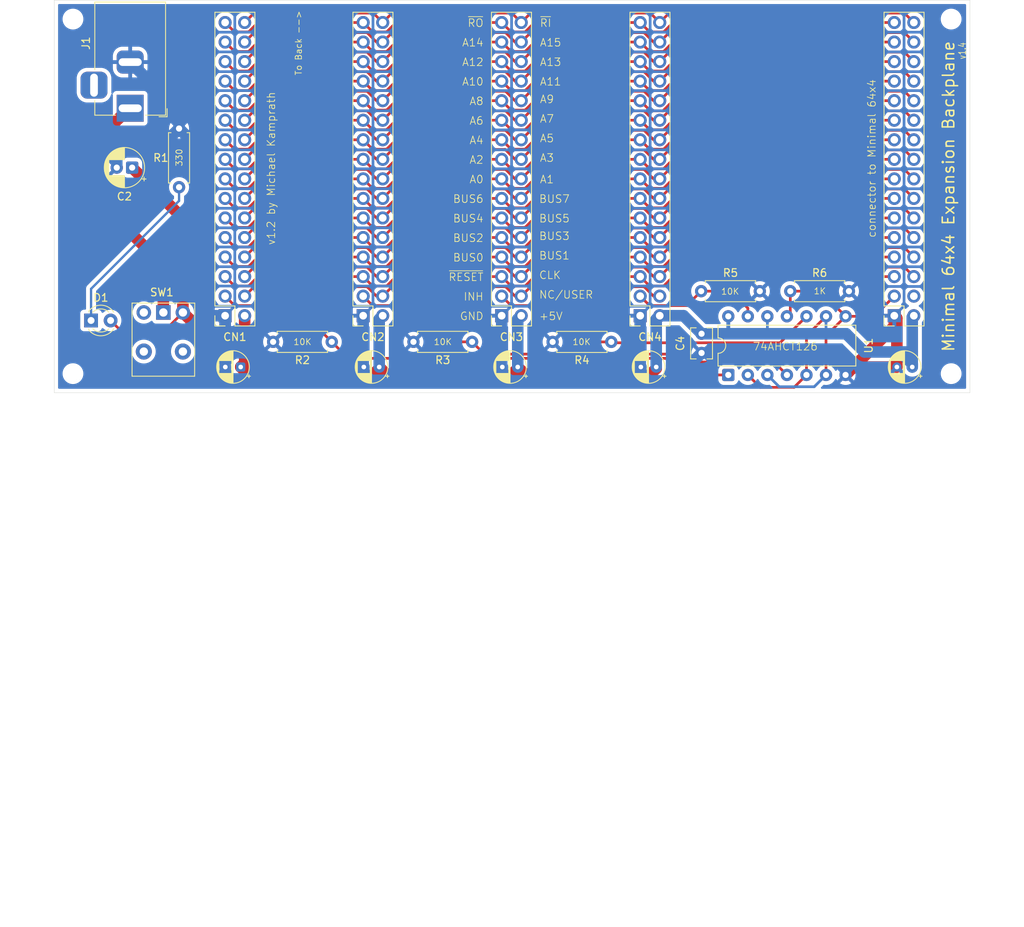
<source format=kicad_pcb>
(kicad_pcb (version 20241229) (generator "pcbnew") (generator_version "9.0")
  (layers (0 "F.Cu" signal) (2 "B.Cu" signal) (13 "F.Paste" user) (15 "B.Paste" user) (5 "F.SilkS" user "F.Silkscreen") (7 "B.SilkS" user "B.Silkscreen") (1 "F.Mask" user) (3 "B.Mask" user) (25 "Edge.Cuts" user))
  (net 0 "")
  (net 1 "GND")
  (net 2 "+5V")
  (net 3 "Net-(D1-K)")
  (net 4 "Net-(SW1-B)")
  (net 6 "BUS4")
  (net 7 "BUS6")
  (net 8 "BUS5")
  (net 9 "A13")
  (net 10 "A12")
  (net 11 "~{RO}")
  (net 12 "CLK")
  (net 13 "USER")
  (net 14 "A8")
  (net 15 "A14")
  (net 16 "BUS2")
  (net 17 "A3")
  (net 18 "Net-(CN1-INH)")
  (net 19 "A11")
  (net 20 "BUS1")
  (net 21 "BUS3")
  (net 22 "A7")
  (net 23 "A2")
  (net 24 "A0")
  (net 25 "BUS0")
  (net 26 "~{RI}")
  (net 27 "A4")
  (net 28 "BUS7")
  (net 29 "~{RESET}")
  (net 30 "A6")
  (net 31 "A5")
  (net 32 "A1")
  (net 33 "A9")
  (net 34 "A10")
  (net 35 "A15")
  (net 36 "Net-(CN2-INH)")
  (net 37 "Net-(CN3-INH)")
  (net 38 "Net-(CN4-INH)")
  (net 40 "Net-(CN5-INH)")
  (footprint "Resistor_THT:R_Axial_DIN0207_L6.3mm_D2.5mm_P7.62mm_Horizontal" (layer "F.Cu") (at 190.6524 127.8128)
    (property "Reference" "R6")
    (property "Value" "1K")
  )
  (footprint "Connector_PinSocket_2.54mm:PinSocket_2x16_P2.54mm_Vertical" (layer "F.Cu") (at 171.146645 131 180)
    (property "Reference" "CN4")
    (property "Value" "~" (hide yes))
  )
  (footprint "Capacitor_THT:C_Disc_D3.8mm_W2.6mm_P2.50mm" (layer "F.Cu") (at 179.1208 133.3446 -90)
    (property "Reference" "C4")
    (property "Value" "0.1 uF")
  )
  (footprint "LED_THT:LED_D3.0mm" (layer "F.Cu") (at 99.785645 131.6228)
    (property "Reference" "D1")
    (property "Value" "LED")
  )
  (footprint "Resistor_THT:R_Axial_DIN0207_L6.3mm_D2.5mm_P7.62mm_Horizontal" (layer "F.Cu") (at 111.220645 114.3 90)
    (property "Reference" "R1")
    (property "Value" "330")
  )
  (footprint "Resistor_THT:R_Axial_DIN0207_L6.3mm_D2.5mm_P7.62mm_Horizontal" (layer "F.Cu") (at 131.064 134.4 180)
    (property "Reference" "R2")
    (property "Value" "10K")
  )
  (footprint "Capacitor_THT:CP_Radial_D5.0mm_P2.00mm" (layer "F.Cu") (at 105.124645 111.76 180)
    (property "Reference" "C2")
    (property "Value" "10 µF")
  )
  (footprint "Package_DIP:DIP-14_W7.62mm" (layer "F.Cu") (at 182.5956 138.6994 90)
    (property "Reference" "U1")
    (property "Value" "74AHCT126")
  )
  (footprint "minimal-64x4:E-Switch_200MSP1T2B2M6RE" (layer "F.Cu") (at 109.181184 135.662 90)
    (property "Reference" "SW1")
    (property "Value" "SW_SPDT")
  )
  (footprint "Resistor_THT:R_Axial_DIN0207_L6.3mm_D2.5mm_P7.62mm_Horizontal" (layer "F.Cu") (at 149.3012 134.4 180)
    (property "Reference" "R3")
    (property "Value" "10K")
  )
  (footprint "MountingHole:MountingHole_2.2mm_M2" (layer "F.Cu") (at 97.4344 138.5316)
    (property "Reference" "REF**" (hide yes))
    (property "Value" "MountingHole_2.2mm_M2")
  )
  (footprint "Capacitor_THT:CP_Radial_D4.0mm_P2.00mm" (layer "F.Cu") (at 155.230645 137.668 180)
    (property "Reference" "C5" (hide yes))
    (property "Value" "1 µF")
  )
  (footprint "Connector_BarrelJack:BarrelJack_Horizontal" (layer "F.Cu") (at 104.870645 104.044 -90)
    (property "Reference" "J1")
    (property "Value" "Barrel_Jack")
  )
  (footprint "Connector_PinSocket_2.54mm:PinSocket_2x16_P2.54mm_Vertical" (layer "F.Cu") (at 153.146645 131 180)
    (property "Reference" "CN3")
    (property "Value" "~" (hide yes))
  )
  (footprint "Connector_PinSocket_2.54mm:PinSocket_2x16_P2.54mm_Vertical" (layer "F.Cu") (at 204.166645 131 180)
    (property "Reference" "CN5" (hide yes))
    (property "Value" "~" (hide yes))
  )
  (footprint "Capacitor_THT:CP_Radial_D4.0mm_P2.00mm" (layer "F.Cu") (at 173.230645 137.668 180)
    (property "Reference" "C6" (hide yes))
    (property "Value" "1 µF")
  )
  (footprint "MountingHole:MountingHole_2.2mm_M2" (layer "F.Cu") (at 211.5566 92.456)
    (property "Reference" "REF**" (hide yes))
    (property "Value" "MountingHole_2.2mm_M2")
  )
  (footprint "MountingHole:MountingHole_2.2mm_M2" (layer "F.Cu") (at 97.4344 92.456)
    (property "Reference" "REF**" (hide yes))
    (property "Value" "MountingHole_2.2mm_M2")
  )
  (footprint "Capacitor_THT:CP_Radial_D4.0mm_P2.00mm" (layer "F.Cu") (at 119.230645 137.668 180)
    (property "Reference" "C1" (hide yes))
    (property "Value" "1 µF")
  )
  (footprint "Connector_PinSocket_2.54mm:PinSocket_2x16_P2.54mm_Vertical" (layer "F.Cu") (at 135.146645 131 180)
    (property "Reference" "CN2")
    (property "Value" "~" (hide yes))
  )
  (footprint "MountingHole:MountingHole_2.2mm_M2" (layer "F.Cu") (at 211.5566 138.5316)
    (property "Reference" "REF**" (hide yes))
    (property "Value" "MountingHole_2.2mm_M2")
  )
  (footprint "Connector_PinSocket_2.54mm:PinSocket_2x16_P2.54mm_Vertical" (layer "F.Cu") (at 117.206645 131 180)
    (property "Reference" "CN1")
    (property "Value" "~" (hide yes))
  )
  (footprint "Resistor_THT:R_Axial_DIN0207_L6.3mm_D2.5mm_P7.62mm_Horizontal" (layer "F.Cu") (at 179.07 127.8128)
    (property "Reference" "R5")
    (property "Value" "10K")
  )
  (footprint "Capacitor_THT:CP_Radial_D4.0mm_P2.00mm" (layer "F.Cu") (at 206.502 137.668 180)
    (property "Reference" "C7" (hide yes))
    (property "Value" "1 µF")
  )
  (footprint "Resistor_THT:R_Axial_DIN0207_L6.3mm_D2.5mm_P7.62mm_Horizontal" (layer "F.Cu") (at 167.386 134.4064 180)
    (property "Reference" "R4")
    (property "Value" "10K")
  )
  (footprint "Capacitor_THT:CP_Radial_D4.0mm_P2.00mm" (layer "F.Cu") (at 137.230645 137.668 180)
    (property "Reference" "C3" (hide yes))
    (property "Value" "1 µF")
  )
  (gr_line (start 95 141) (end 214 141) (stroke (width 0.05)) (layer "Edge.Cuts"))
  (gr_line (start 95 90) (end 214 90) (stroke (width 0.05)) (layer "Edge.Cuts"))
  (gr_line (start 95 90) (end 95 141) (stroke (width 0.05)) (layer "Edge.Cuts"))
  (gr_line (start 214 141) (end 214 90) (stroke (width 0.05)) (layer "Edge.Cuts"))
  (gr_text "10K" (at 181.61 128.3208 0) (layer "F.SilkS") (effects (font (size 0.8 0.8) (thickness 0.1)) (justify left bottom)))
  (gr_text "10K" (at 144.272 134.874 0) (layer "F.SilkS") (effects (font (size 0.8 0.8) (thickness 0.1)) (justify left bottom)))
  (gr_text "A0" (at 150.844645 113.284 0) (layer "F.SilkS") (effects (font (size 1 1) (thickness 0.1)) (justify right)))
  (gr_text "A1" (at 158.054645 113.284 0) (layer "F.SilkS") (effects (font (size 1 1) (thickness 0.1)) (justify left)))
  (gr_text "BUS1" (at 157.956645 123.19 0) (layer "F.SilkS") (effects (font (size 1 1) (thickness 0.1)) (justify left)))
  (gr_text "330" (at 111.7092 111.6584 90) (layer "F.SilkS") (effects (font (size 0.8 0.8) (thickness 0.1)) (justify left bottom)))
  (gr_text "To Back -->" (at 127.222645 99.822 90) (layer "F.SilkS") (effects (font (size 0.8 0.8) (thickness 0.1)) (justify left bottom)))
  (gr_text "A9" (at 158.054645 102.87 0) (layer "F.SilkS") (effects (font (size 1 1) (thickness 0.1)) (justify left)))
  (gr_text "A12" (at 150.844645 98.044 0) (layer "F.SilkS") (effects (font (size 1 1) (thickness 0.1)) (justify right)))
  (gr_text "BUS3" (at 157.956645 120.65 0) (layer "F.SilkS") (effects (font (size 1 1) (thickness 0.1)) (justify left)))
  (gr_text "10K" (at 126.0348 134.874 0) (layer "F.SilkS") (effects (font (size 0.8 0.8) (thickness 0.1)) (justify left bottom)))
  (gr_text "v1.4" (at 213.5378 97.7392 90) (layer "F.SilkS") (effects (font (size 0.9 0.7) (thickness 0.1)) (justify left bottom)))
  (gr_text "A7" (at 158.054645 105.41 0) (layer "F.SilkS") (effects (font (size 1 1) (thickness 0.1)) (justify left)))
  (gr_text "BUS2" (at 150.844645 120.904 0) (layer "F.SilkS") (effects (font (size 1 1) (thickness 0.1)) (justify right)))
  (gr_text "~{RI}" (at 158.054645 92.964 0) (layer "F.SilkS") (effects (font (size 1 1) (thickness 0.1)) (justify left)))
  (gr_text "A14" (at 150.844645 95.504 0) (layer "F.SilkS") (effects (font (size 1 1) (thickness 0.1)) (justify right)))
  (gr_text "Minimal 64x4 Expansion Backplane" (at 212.09 115.5 90) (layer "F.SilkS") (effects (font (size 1.5 1.5) (thickness 0.2)) (justify bottom)))
  (gr_text "A2" (at 150.844645 110.744 0) (layer "F.SilkS") (effects (font (size 1 1) (thickness 0.1)) (justify right)))
  (gr_text "~{RESET}" (at 150.844645 125.984 0) (layer "F.SilkS") (effects (font (size 1 1) (thickness 0.1)) (justify right)))
  (gr_text "connector to Minimal 64x4" (at 201.8284 110.5662 90) (layer "F.SilkS") (effects (font (size 1 1) (thickness 0.1)) (justify bottom)))
  (gr_text "BUS6" (at 150.844645 115.824 0) (layer "F.SilkS") (effects (font (size 1 1) (thickness 0.1)) (justify right)))
  (gr_text "74AHCT126" (at 185.7248 135.5852 0) (layer "F.SilkS") (effects (font (size 1 1) (thickness 0.1)) (justify left bottom)))
  (gr_text "INH" (at 150.844645 128.524 0) (layer "F.SilkS") (effects (font (size 1 1) (thickness 0.1)) (justify right)))
  (gr_text "BUS5" (at 157.956645 118.364 0) (layer "F.SilkS") (effects (font (size 1 1) (thickness 0.1)) (justify left)))
  (gr_text "A13" (at 158.054645 98.044 0) (layer "F.SilkS") (effects (font (size 1 1) (thickness 0.1)) (justify left)))
  (gr_text "A11" (at 158.054645 100.584 0) (layer "F.SilkS") (effects (font (size 1 1) (thickness 0.1)) (justify left)))
  (gr_text "+5V" (at 157.956645 131.064 0) (layer "F.SilkS") (effects (font (size 1 1) (thickness 0.1)) (justify left)))
  (gr_text "CLK" (at 157.956645 125.73 0) (layer "F.SilkS") (effects (font (size 1 1) (thickness 0.1)) (justify left)))
  (gr_text "A5" (at 158.054645 107.95 0) (layer "F.SilkS") (effects (font (size 1 1) (thickness 0.1)) (justify left)))
  (gr_text "A15" (at 158.054645 95.504 0) (layer "F.SilkS") (effects (font (size 1 1) (thickness 0.1)) (justify left)))
  (gr_text "A4" (at 150.844645 108.204 0) (layer "F.SilkS") (effects (font (size 1 1) (thickness 0.1)) (justify right)))
  (gr_text "GND" (at 150.844645 131.064 0) (layer "F.SilkS") (effects (font (size 1 1) (thickness 0.1)) (justify right)))
  (gr_text "1K" (at 193.6496 128.27 0) (layer "F.SilkS") (effects (font (size 0.8 0.8) (thickness 0.1)) (justify left bottom)))
  (gr_text "BUS7" (at 157.956645 115.824 0) (layer "F.SilkS") (effects (font (size 1 1) (thickness 0.1)) (justify left)))
  (gr_text "BUS0" (at 150.844645 123.444 0) (layer "F.SilkS") (effects (font (size 1 1) (thickness 0.1)) (justify right)))
  (gr_text "BUS4" (at 150.844645 118.364 0) (layer "F.SilkS") (effects (font (size 1 1) (thickness 0.1)) (justify right)))
  (gr_text "v1.2 by Michael Kamprath" (at 123.7742 111.8616 90) (layer "F.SilkS") (effects (font (size 1 1) (thickness 0.1)) (justify bottom)))
  (gr_text "A10" (at 150.844645 100.584 0) (layer "F.SilkS") (effects (font (size 1 1) (thickness 0.1)) (justify right)))
  (gr_text "10K" (at 162.306 134.874 0) (layer "F.SilkS") (effects (font (size 0.8 0.8) (thickness 0.1)) (justify left bottom)))
  (gr_text "A6" (at 150.844645 105.664 0) (layer "F.SilkS") (effects (font (size 1 1) (thickness 0.1)) (justify right)))
  (gr_text "A8" (at 150.844645 103.124 0) (layer "F.SilkS") (effects (font (size 1 1) (thickness 0.1)) (justify right)))
  (gr_text "~{RO}" (at 150.844645 92.964 0) (layer "F.SilkS") (effects (font (size 1 1) (thickness 0.1)) (justify right)))
  (gr_text "NC/USER" (at 157.956645 128.27 0) (layer "F.SilkS") (effects (font (size 1 1) (thickness 0.1)) (justify left)))
  (gr_text "A3" (at 158.054645 110.49 0) (layer "F.SilkS") (effects (font (size 1 1) (thickness 0.1)) (justify left)))
  (segment (start 204.166645 132.368355) (end 197.8356 138.6994) (width 1.5) (layer "F.Cu") (net 1))
  (segment (start 204.502 137.668) (end 198.867 137.668) (width 1.5) (layer "F.Cu") (net 1))
  (segment (start 198.867 137.668) (end 197.8356 138.6994) (width 1.5) (layer "F.Cu") (net 1))
  (segment (start 204.502 137.668) (end 204.502 131.335355) (width 1.5) (layer "F.Cu") (net 1))
  (segment (start 204.502 131.335355) (end 204.166645 131) (width 1.5) (layer "F.Cu") (net 1))
  (segment (start 204.166645 131) (end 204.166645 132.368355) (width 1.5) (layer "F.Cu") (net 1))
  (segment (start 136.4234 129.723245) (end 135.146645 131) (width 0.35) (layer "B.Cu") (net 1))
  (segment (start 117.206645 131) (end 117.206645 137.644) (width 1.5) (layer "B.Cu") (net 1))
  (segment (start 115.7224 117.0432) (end 209.4484 117.0432) (width 0.35) (layer "B.Cu") (net 1))
  (segment (start 174.899 129.774) (end 175.8188 128.8542) (width 0.35) (layer "B.Cu") (net 1))
  (segment (start 117.206645 137.644) (end 117.230645 137.668) (width 1.5) (layer "B.Cu") (net 1))
  (segment (start 178.3842 125.3236) (end 200.025 125.3236) (width 0.35) (layer "B.Cu") (net 1))
  (segment (start 115.57 106.8578) (end 209.0166 106.8578) (width 0.35) (layer "B.Cu") (net 1))
  (segment (start 205.4352 129.731445) (end 204.166645 131) (width 0.35) (layer "B.Cu") (net 1))
  (segment (start 115.5446 114.5032) (end 207.560632 114.5032) (width 0.35) (layer "B.Cu") (net 1))
  (segment (start 114.856645 131) (end 117.206645 131) (width 1.5) (layer "B.Cu") (net 1))
  (segment (start 118.432645 129.774) (end 117.206645 131) (width 0.35) (layer "B.Cu") (net 1))
  (segment (start 136.4234 94.1578) (end 136.4234 129.723245) (width 0.35) (layer "B.Cu") (net 1))
  (segment (start 115.6208 127.0762) (end 115.6906 127.146) (width 0.35) (layer "B.Cu") (net 1))
  (segment (start 200.025 125.3236) (end 201.9046 127.2032) (width 0.35) (layer "B.Cu") (net 1))
  (segment (start 114.268645 109.728) (end 111.220645 106.68) (width 1.5) (layer "B.Cu") (net 1))
  (segment (start 208.2038 99.2886) (end 114.427 99.2886) (width 0.35) (layer "B.Cu") (net 1))
  (segment (start 197.8356 137.028) (end 197.8356 138.6994) (width 1.5) (layer "B.Cu") (net 1))
  (segment (start 171.146645 137.584) (end 171.230645 137.668) (width 1.5) (layer "B.Cu") (net 1))
  (segment (start 115.6906 127.146) (end 176.5618 127.146) (width 0.35) (layer "B.Cu") (net 1))
  (segment (start 205.4352 94.1578) (end 205.4352 91.5416) (width 0.35) (layer "B.Cu") (net 1))
  (segment (start 154.432 94.1578) (end 154.432 91.6432) (width 0.35) (layer "B.Cu") (net 1))
  (segment (start 118.4656 94.1578) (end 118.4656 129.7486) (width 0.35) (layer "B.Cu") (net 1))
  (segment (start 176.5618 127.146) (end 178.3842 125.3236) (width 0.35) (layer "B.Cu") (net 1))
  (segment (start 118.4656 129.7486) (end 118.491 129.774) (width 0.35) (layer "B.Cu") (net 1))
  (segment (start 153.230645 137.668) (end 153.230645 138.768) (width 1.5) (layer "B.Cu") (net 1))
  (segment (start 208.2038 109.4486) (end 115.8494 109.4486) (width 0.35) (layer "B.Cu") (net 1))
  (segment (start 153.146645 131) (end 153.146645 137.584) (width 1.5) (layer "B.Cu") (net 1))
  (segment (start 117.680645 139.218) (end 133.680645 139.218) (width 1.5) (layer "B.Cu") (net 1))
  (segment (start 169.427245 139.4714) (end 171.230645 137.668) (width 1.5) (layer "B.Cu") (net 1))
  (segment (start 179.1208 135.8446) (end 196.6522 135.8446) (width 1.5) (layer "B.Cu") (net 1))
  (segment (start 172.4406 129.706045) (end 171.146645 131) (width 0.35) (layer "B.Cu") (net 1))
  (segment (start 133.680645 139.218) (end 135.230645 137.668) (width 1.5) (layer "B.Cu") (net 1))
  (segment (start 172.4406 94.1578) (end 172.4406 91.5416) (width 0.35) (layer "B.Cu") (net 1))
  (segment (start 154.432 94.1578) (end 154.432 129.714645) (width 0.35) (layer "B.Cu") (net 1))
  (segment (start 115.0166 104.374) (end 208.5902 104.374) (width 0.35) (layer "B.Cu") (net 1))
  (segment (start 135.146645 131) (end 135.146645 137.584) (width 1.5) (layer "B.Cu") (net 1))
  (segment (start 196.6522 135.8446) (end 197.8356 137.028) (width 1.5) (layer "B.Cu") (net 1))
  (segment (start 153.146645 137.584) (end 153.230645 137.668) (width 1.5) (layer "B.Cu") (net 1))
  (segment (start 115.316 101.7524) (end 208.8642 101.7524) (width 0.35) (layer "B.Cu") (net 1))
  (segment (start 118.491 129.774) (end 168.3258 129.774) (width 0.35) (layer "B.Cu") (net 1))
  (segment (start 117.230645 137.668) (end 117.230645 138.768) (width 1.5) (layer "B.Cu") (net 1))
  (segment (start 171.230645 138.768) (end 171.934045 139.4714) (width 1.5) (layer "B.Cu") (net 1))
  (segment (start 115.697 122.0724) (end 209.9056 122.0724) (width 0.35) (layer "B.Cu") (net 1))
  (segment (start 118.4656 94.1578) (end 136.4234 94.1578) (width 0.35) (layer "B.Cu") (net 1))
  (segment (start 205.4352 94.1578) (end 205.4352 129.731445) (width 0.35) (layer "B.Cu") (net 1))
  (segment (start 109.442645 108.458) (end 111.220645 106.68) (width 1.5) (layer "B.Cu") (net 1))
  (segment (start 115.6208 116.9416) (end 115.7224 117.0432) (width 0.35) (layer "B.Cu") (net 1))
  (segment (start 117.206645 131) (end 117.206645 132.7) (width 1.5) (layer "B.Cu") (net 1))
  (segment (start 104.926645 108.458) (end 109.442645 108.458) (width 1.5) (layer "B.Cu") (net 1))
  (segment (start 168.3258 129.774) (end 174.899 129.774) (width 0.35) (layer "B.Cu") (net 1))
  (segment (start 172.4406 94.1578) (end 172.4406 129.706045) (width 0.35) (layer "B.Cu") (net 1))
  (segment (start 118.491 129.774) (end 118.432645 129.774) (width 0.35) (layer "B.Cu") (net 1))
  (segment (start 136.4234 94.1578) (end 154.432 94.1578) (width 0.35) (layer "B.Cu") (net 1))
  (segment (start 114.268645 109.728) (end 114.268645 130.412) (width 1.5) (layer "B.Cu") (net 1))
  (segment (start 111.220645 104.394) (end 104.870645 98.044) (width 1.5) (layer "B.Cu") (net 1))
  (segment (start 115.697 124.6378) (end 208.8388 124.6378) (width 0.35) (layer "B.Cu") (net 1))
  (segment (start 115.4938 94.1578) (end 118.4656 94.1578) (width 0.35) (layer "B.Cu") (net 1))
  (segment (start 135.146645 137.584) (end 135.230645 137.668) (width 1.5) (layer "B.Cu") (net 1))
  (segment (start 115.6716 96.7232) (end 209.2452 96.7232) (width 0.35) (layer "B.Cu") (net 1))
  (segment (start 201.9046 127.2032) (end 209.1182 127.2032) (width 0.35) (layer "B.Cu") (net 1))
  (segment (start 103.124645 110.26) (end 104.926645 108.458) (width 1.5) (layer "B.Cu") (net 1))
  (segment (start 115.4684 96.52) (end 115.6716 96.7232) (width 0.35) (layer "B.Cu") (net 1))
  (segment (start 115.7532 129.774) (end 118.491 129.774) (width 0.35) (layer "B.Cu") (net 1))
  (segment (start 171.230645 137.668) (end 171.230645 138.768) (width 1.5) (layer "B.Cu") (net 1))
  (segment (start 117.230645 138.768) (end 117.680645 139.218) (width 1.5) (layer "B.Cu") (net 1))
  (segment (start 205.4352 94.1578) (end 208.4324 94.1578) (width 0.35) (layer "B.Cu") (net 1))
  (segment (start 151.503445 139.3952) (end 153.230645 137.668) (width 1.5) (layer "B.Cu") (net 1))
  (segment (start 118.4656 94.1578) (end 118.4656 91.5162) (width 0.35) (layer "B.Cu") (net 1))
  (segment (start 103.124645 111.76) (end 103.124645 110.26) (width 1.5) (layer "B.Cu") (net 1))
  (segment (start 115.4938 106.7816) (end 115.57 106.8578) (width 0.35) (layer "B.Cu") (net 1))
  (segment (start 154.432 129.714645) (end 153.146645 131) (width 0.35) (layer "B.Cu") (net 1))
  (segment (start 135.230645 139.243845) (end 135.382 139.3952) (width 1.5) (layer "B.Cu") (net 1))
  (segment (start 135.382 139.3952) (end 151.503445 139.3952) (width 1.5) (layer "B.Cu") (net 1))
  (segment (start 171.934045 139.4714) (end 175.494 139.4714) (width 1.5) (layer "B.Cu") (net 1))
  (segment (start 175.494 139.4714) (end 179.1208 135.8446) (width 1.5) (layer "B.Cu") (net 1))
  (segment (start 104.870645 98.044) (end 104.870645 98.552) (width 1.5) (layer "B.Cu") (net 1))
  (segment (start 114.268645 130.412) (end 114.856645 131) (width 1.5) (layer "B.Cu") (net 1))
  (segment (start 135.230645 137.668) (end 135.230645 139.243845) (width 1.5) (layer "B.Cu") (net 1))
  (segment (start 115.5954 111.9124) (end 209.3722 111.9124) (width 0.35) (layer "B.Cu") (net 1))
  (segment (start 115.951 119.5832) (end 208.8388 119.5832) (width 0.35) (layer "B.Cu") (net 1))
  (segment (start 171.146645 131) (end 171.146645 137.584) (width 1.5) (layer "B.Cu") (net 1))
  (segment (start 115.5192 129.54) (end 115.7532 129.774) (width 0.35) (layer "B.Cu") (net 1))
  (segment (start 136.4234 94.1578) (end 136.4234 91.5924) (width 0.35) (layer "B.Cu") (net 1))
  (segment (start 153.934045 139.4714) (end 169.427245 139.4714) (width 1.5) (layer "B.Cu") (net 1))
  (segment (start 153.230645 138.768) (end 153.934045 139.4714) (width 1.5) (layer "B.Cu") (net 1))
  (segment (start 172.4406 94.1578) (end 205.4352 94.1578) (width 0.35) (layer "B.Cu") (net 1))
  (segment (start 111.220645 106.68) (end 111.220645 104.394) (width 1.5) (layer "B.Cu") (net 1))
  (segment (start 115.6716 124.6632) (end 115.697 124.6378) (width 0.35) (layer "B.Cu") (net 1))
  (segment (start 154.432 94.1578) (end 172.4406 94.1578) (width 0.35) (layer "B.Cu") (net 1))
  (segment (start 119.230645 137.668) (end 120.780645 139.218) (width 1.5) (layer "F.Cu") (net 2))
  (segment (start 192.7556 138.6994) (end 192.7556 133.6194) (width 0.35) (layer "F.Cu") (net 2))
  (segment (start 156.780645 139.218) (end 171.872677 139.218) (width 1.5) (layer "F.Cu") (net 2))
  (segment (start 111.721184 130.582) (end 108.953184 133.35) (width 0.35) (layer "F.Cu") (net 2))
  (segment (start 111.728645 118.364) (end 105.124645 111.76) (width 1.5) (layer "F.Cu") (net 2))
  (segment (start 138.780645 139.218) (end 153.872677 139.218) (width 1.5) (layer "F.Cu") (net 2))
  (segment (start 173.230645 137.860032) (end 173.230645 137.668) (width 1.5) (layer "F.Cu") (net 2))
  (segment (start 191.1454 140.3096) (end 192.7556 138.6994) (width 0.35) (layer "F.Cu") (net 2))
  (segment (start 155.230645 137.860032) (end 155.230645 137.668) (width 1.5) (layer "F.Cu") (net 2))
  (segment (start 171.872677 139.218) (end 173.230645 137.860032) (width 1.5) (layer "F.Cu") (net 2))
  (segment (start 137.230645 137.860032) (end 137.230645 137.668) (width 1.5) (layer "F.Cu") (net 2))
  (segment (start 155.230645 137.668) (end 156.780645 139.218) (width 1.5) (layer "F.Cu") (net 2))
  (segment (start 111.728645 126.92) (end 111.728645 118.364) (width 1.5) (layer "F.Cu") (net 2))
  (segment (start 119.746645 131) (end 119.746645 134.112) (width 1.5) (layer "F.Cu") (net 2))
  (segment (start 111.721184 126.927461) (end 111.721184 130.582) (width 1.5) (layer "F.Cu") (net 2))
  (segment (start 104.052845 133.35) (end 102.325645 131.6228) (width 0.35) (layer "F.Cu") (net 2))
  (segment (start 135.872677 139.218) (end 137.230645 137.860032) (width 1.5) (layer "F.Cu") (net 2))
  (segment (start 115.251184 134.112) (end 119.746645 134.112) (width 1.5) (layer "F.Cu") (net 2))
  (segment (start 119.746645 137.152) (end 119.230645 137.668) (width 1.5) (layer "F.Cu") (net 2))
  (segment (start 120.780645 139.218) (end 135.872677 139.218) (width 1.5) (layer "F.Cu") (net 2))
  (segment (start 115.251184 134.112) (end 111.721184 130.582) (width 1.5) (layer "F.Cu") (net 2))
  (segment (start 137.230645 137.668) (end 138.780645 139.218) (width 1.5) (layer "F.Cu") (net 2))
  (segment (start 185.1356 138.6994) (end 186.7458 140.3096) (width 0.35) (layer "F.Cu") (net 2))
  (segment (start 153.872677 139.218) (end 155.230645 137.860032) (width 1.5) (layer "F.Cu") (net 2))
  (segment (start 111.728645 126.92) (end 111.721184 126.927461) (width 1.5) (layer "F.Cu") (net 2))
  (segment (start 119.746645 134.112) (end 119.746645 137.152) (width 1.5) (layer "F.Cu") (net 2))
  (segment (start 192.7556 133.6194) (end 195.2956 131.0794) (width 0.35) (layer "F.Cu") (net 2))
  (segment (start 108.953184 133.35) (end 104.052845 133.35) (width 0.35) (layer "F.Cu") (net 2))
  (segment (start 186.7458 140.3096) (end 191.1454 140.3096) (width 0.35) (layer "F.Cu") (net 2))
  (segment (start 206.502 137.668) (end 206.502 135.7122) (width 1.5) (layer "B.Cu") (net 2))
  (segment (start 206.502 131.204645) (end 206.706645 131) (width 1.5) (layer "B.Cu") (net 2))
  (segment (start 195.2956 131.0794) (end 195.2956 133.3396) (width 0.35) (layer "B.Cu") (net 2))
  (segment (start 137.230645 131.456) (end 137.686645 131) (width 1.5) (layer "B.Cu") (net 2))
  (segment (start 204.950364 135.7122) (end 206.502 135.7122) (width 1.5) (layer "B.Cu") (net 2))
  (segment (start 176.7762 131) (end 179.1208 133.3446) (width 1.5) (layer "B.Cu") (net 2))
  (segment (start 182.5956 131.0794) (end 182.5956 133.3396) (width 0.5) (layer "B.Cu") (net 2))
  (segment (start 204.950364 135.7122) (end 200.279 135.7122) (width 1.5) (layer "B.Cu") (net 2))
  (segment (start 179.1208 133.3446) (end 182.6006 133.3446) (width 1.5) (layer "B.Cu") (net 2))
  (segment (start 182.5956 133.3396) (end 182.6006 133.3446) (width 0.2) (layer "B.Cu") (net 2))
  (segment (start 155.230645 131.456) (end 155.686645 131) (width 1.5) (layer "B.Cu") (net 2))
  (segment (start 206.502 135.7122) (end 206.502 131.204645) (width 1.5) (layer "B.Cu") (net 2))
  (segment (start 206.502 137.668) (end 206.502 137.263836) (width 1.5) (layer "B.Cu") (net 2))
  (segment (start 200.279 135.7122) (end 197.9114 133.3446) (width 1.5) (layer "B.Cu") (net 2))
  (segment (start 197.9114 133.3446) (end 195.3006 133.3446) (width 1.5) (layer "B.Cu") (net 2))
  (segment (start 173.230645 131.456) (end 173.686645 131) (width 1.5) (layer "B.Cu") (net 2))
  (segment (start 195.2956 133.3396) (end 195.3006 133.3446) (width 0.2) (layer "B.Cu") (net 2))
  (segment (start 206.502 137.263836) (end 204.950364 135.7122) (width 1.5) (layer "B.Cu") (net 2))
  (segment (start 155.230645 137.668) (end 155.230645 131.456) (width 1.5) (layer "B.Cu") (net 2))
  (segment (start 182.6006 133.3446) (end 187.6552 133.3446) (width 1.5) (layer "B.Cu") (net 2))
  (segment (start 187.6552 133.3446) (end 195.3006 133.3446) (width 1.5) (layer "B.Cu") (net 2))
  (segment (start 137.230645 137.668) (end 137.230645 131.456) (width 1.5) (layer "B.Cu") (net 2))
  (segment (start 173.230645 137.668) (end 173.230645 131.456) (width 1.5) (layer "B.Cu") (net 2))
  (segment (start 187.6756 133.3242) (end 187.6552 133.3446) (width 0.2) (layer "B.Cu") (net 2))
  (segment (start 173.686645 131) (end 176.7762 131) (width 1.5) (layer "B.Cu") (net 2))
  (segment (start 187.6756 131.0794) (end 187.6756 133.3242) (width 0.35) (layer "B.Cu") (net 2))
  (segment (start 99.785645 127.513) (end 99.785645 131.6228) (width 0.3) (layer "B.Cu") (net 3))
  (segment (start 99.785645 127.513) (end 111.220645 116.078) (width 0.3) (layer "B.Cu") (net 3))
  (segment (start 111.220645 116.078) (end 111.220645 114.3) (width 0.3) (layer "B.Cu") (net 3))
  (segment (start 99.282645 109.474) (end 99.282645 114.569) (width 1.5) (layer "F.Cu") (net 4))
  (segment (start 109.181184 124.482461) (end 109.181184 130.582) (width 1.5) (layer "F.Cu") (net 4))
  (segment (start 109.188645 124.475) (end 109.181184 124.482461) (width 1.5) (layer "F.Cu") (net 4))
  (segment (start 99.282645 114.569) (end 109.188645 124.475) (width 1.5) (layer "F.Cu") (net 4))
  (segment (start 104.712645 104.044) (end 99.282645 109.474) (width 1.5) (layer "F.Cu") (net 4))
  (segment (start 104.870645 104.044) (end 104.712645 104.044) (width 1.5) (layer "F.Cu") (net 4))
  (segment (start 120.254471 119.526) (end 118.432645 119.526) (width 0.35) (layer "F.Cu") (net 6))
  (segment (start 172.372645 119.526) (end 171.146645 118.3) (width 0.35) (layer "F.Cu") (net 6))
  (segment (start 136.372645 119.526) (end 135.146645 118.3) (width 0.35) (layer "F.Cu") (net 6))
  (segment (start 175.420471 118.3) (end 174.194471 119.526) (width 0.35) (layer "F.Cu") (net 6))
  (segment (start 174.194471 119.526) (end 172.372645 119.526) (width 0.35) (layer "F.Cu") (net 6))
  (segment (start 153.146645 118.3) (end 139.420471 118.3) (width 0.35) (layer "F.Cu") (net 6))
  (segment (start 121.480471 118.3) (end 120.254471 119.526) (width 0.35) (layer "F.Cu") (net 6))
  (segment (start 118.432645 119.526) (end 117.206645 118.3) (width 0.35) (layer "F.Cu") (net 6))
  (segment (start 156.194471 119.526) (end 154.372645 119.526) (width 0.35) (layer "F.Cu") (net 6))
  (segment (start 157.420471 118.3) (end 156.194471 119.526) (width 0.35) (layer "F.Cu") (net 6))
  (segment (start 154.372645 119.526) (end 153.146645 118.3) (width 0.35) (layer "F.Cu") (net 6))
  (segment (start 138.194471 119.526) (end 136.372645 119.526) (width 0.35) (layer "F.Cu") (net 6))
  (segment (start 135.146645 118.3) (end 121.480471 118.3) (width 0.35) (layer "F.Cu") (net 6))
  (segment (start 139.420471 118.3) (end 138.194471 119.526) (width 0.35) (layer "F.Cu") (net 6))
  (segment (start 204.166645 118.3) (end 175.420471 118.3) (width 0.35) (layer "F.Cu") (net 6))
  (segment (start 171.146645 118.3) (end 157.420471 118.3) (width 0.35) (layer "F.Cu") (net 6))
  (segment (start 118.432645 116.986) (end 117.206645 115.76) (width 0.35) (layer "F.Cu") (net 7))
  (segment (start 154.372645 116.986) (end 153.146645 115.76) (width 0.35) (layer "F.Cu") (net 7))
  (segment (start 157.447413 115.76) (end 156.221413 116.986) (width 0.35) (layer "F.Cu") (net 7))
  (segment (start 121.480471 115.76) (end 120.254471 116.986) (width 0.35) (layer "F.Cu") (net 7))
  (segment (start 139.420471 115.76) (end 138.194471 116.986) (width 0.35) (layer "F.Cu") (net 7))
  (segment (start 175.420471 115.76) (end 174.194471 116.986) (width 0.35) (layer "F.Cu") (net 7))
  (segment (start 204.166645 115.76) (end 175.420471 115.76) (width 0.35) (layer "F.Cu") (net 7))
  (segment (start 174.194471 116.986) (end 172.372645 116.986) (width 0.35) (layer "F.Cu") (net 7))
  (segment (start 156.221413 116.986) (end 154.372645 116.986) (width 0.35) (layer "F.Cu") (net 7))
  (segment (start 171.146645 115.76) (end 157.447413 115.76) (width 0.35) (layer "F.Cu") (net 7))
  (segment (start 136.372645 116.986) (end 135.146645 115.76) (width 0.35) (layer "F.Cu") (net 7))
  (segment (start 138.194471 116.986) (end 136.372645 116.986) (width 0.35) (layer "F.Cu") (net 7))
  (segment (start 153.146645 115.76) (end 139.420471 115.76) (width 0.35) (layer "F.Cu") (net 7))
  (segment (start 135.146645 115.76) (end 121.480471 115.76) (width 0.35) (layer "F.Cu") (net 7))
  (segment (start 120.254471 116.986) (end 118.432645 116.986) (width 0.35) (layer "F.Cu") (net 7))
  (segment (start 172.372645 116.986) (end 171.146645 115.76) (width 0.35) (layer "F.Cu") (net 7))
  (segment (start 205.480645 117.074) (end 174.912645 117.074) (width 0.35) (layer "F.Cu") (net 8))
  (segment (start 206.706645 118.3) (end 205.480645 117.074) (width 0.35) (layer "F.Cu") (net 8))
  (segment (start 135.654471 117.074) (end 120.972645 117.074) (width 0.35) (layer "F.Cu") (net 8))
  (segment (start 156.912645 117.074) (end 155.686645 118.3) (width 0.35) (layer "F.Cu") (net 8))
  (segment (start 171.654471 117.074) (end 156.912645 117.074) (width 0.35) (layer "F.Cu") (net 8))
  (segment (start 154.880471 118.3) (end 153.654471 117.074) (width 0.35) (layer "F.Cu") (net 8))
  (segment (start 137.686645 118.3) (end 136.880471 118.3) (width 0.35) (layer "F.Cu") (net 8))
  (segment (start 136.880471 118.3) (end 135.654471 117.074) (width 0.35) (layer "F.Cu") (net 8))
  (segment (start 155.686645 118.3) (end 154.880471 118.3) (width 0.35) (layer "F.Cu") (net 8))
  (segment (start 120.972645 117.074) (end 119.746645 118.3) (width 0.35) (layer "F.Cu") (net 8))
  (segment (start 138.912645 117.074) (end 137.686645 118.3) (width 0.35) (layer "F.Cu") (net 8))
  (segment (start 153.654471 117.074) (end 138.912645 117.074) (width 0.35) (layer "F.Cu") (net 8))
  (segment (start 172.880471 118.3) (end 171.654471 117.074) (width 0.35) (layer "F.Cu") (net 8))
  (segment (start 173.686645 118.3) (end 172.880471 118.3) (width 0.35) (layer "F.Cu") (net 8))
  (segment (start 174.912645 117.074) (end 173.686645 118.3) (width 0.35) (layer "F.Cu") (net 8))
  (segment (start 206.706645 97.98) (end 205.480645 96.754) (width 0.35) (layer "F.Cu") (net 9))
  (segment (start 136.880471 97.98) (end 135.654471 96.754) (width 0.35) (layer "F.Cu") (net 9))
  (segment (start 156.912645 96.754) (end 155.686645 97.98) (width 0.35) (layer "F.Cu") (net 9))
  (segment (start 171.654471 96.754) (end 156.912645 96.754) (width 0.35) (layer "F.Cu") (net 9))
  (segment (start 154.880471 97.98) (end 153.654471 96.754) (width 0.35) (layer "F.Cu") (net 9))
  (segment (start 172.880471 97.98) (end 171.654471 96.754) (width 0.35) (layer "F.Cu") (net 9))
  (segment (start 174.912645 96.754) (end 173.686645 97.98) (width 0.35) (layer "F.Cu") (net 9))
  (segment (start 205.480645 96.754) (end 174.912645 96.754) (width 0.35) (layer "F.Cu") (net 9))
  (segment (start 153.654471 96.754) (end 138.912645 96.754) (width 0.35) (layer "F.Cu") (net 9))
  (segment (start 155.686645 97.98) (end 154.880471 97.98) (width 0.35) (layer "F.Cu") (net 9))
  (segment (start 135.654471 96.754) (end 120.972645 96.754) (width 0.35) (layer "F.Cu") (net 9))
  (segment (start 138.912645 96.754) (end 137.686645 97.98) (width 0.35) (layer "F.Cu") (net 9))
  (segment (start 137.686645 97.98) (end 136.880471 97.98) (width 0.35) (layer "F.Cu") (net 9))
  (segment (start 120.972645 96.754) (end 119.746645 97.98) (width 0.35) (layer "F.Cu") (net 9))
  (segment (start 173.686645 97.98) (end 172.880471 97.98) (width 0.35) (layer "F.Cu") (net 9))
  (segment (start 154.372645 99.206) (end 153.146645 97.98) (width 0.35) (layer "F.Cu") (net 10))
  (segment (start 204.166645 97.98) (end 175.447413 97.98) (width 0.35) (layer "F.Cu") (net 10))
  (segment (start 121.480471 97.98) (end 120.254471 99.206) (width 0.35) (layer "F.Cu") (net 10))
  (segment (start 156.194471 99.206) (end 154.372645 99.206) (width 0.35) (layer "F.Cu") (net 10))
  (segment (start 120.254471 99.206) (end 118.432645 99.206) (width 0.35) (layer "F.Cu") (net 10))
  (segment (start 171.146645 97.98) (end 157.420471 97.98) (width 0.35) (layer "F.Cu") (net 10))
  (segment (start 139.420471 97.98) (end 138.194471 99.206) (width 0.35) (layer "F.Cu") (net 10))
  (segment (start 175.447413 97.98) (end 174.221413 99.206) (width 0.35) (layer "F.Cu") (net 10))
  (segment (start 136.372645 99.206) (end 135.146645 97.98) (width 0.35) (layer "F.Cu") (net 10))
  (segment (start 118.432645 99.206) (end 117.206645 97.98) (width 0.35) (layer "F.Cu") (net 10))
  (segment (start 135.146645 97.98) (end 121.480471 97.98) (width 0.35) (layer "F.Cu") (net 10))
  (segment (start 174.221413 99.206) (end 172.372645 99.206) (width 0.35) (layer "F.Cu") (net 10))
  (segment (start 153.146645 97.98) (end 139.420471 97.98) (width 0.35) (layer "F.Cu") (net 10))
  (segment (start 172.372645 99.206) (end 171.146645 97.98) (width 0.35) (layer "F.Cu") (net 10))
  (segment (start 138.194471 99.206) (end 136.372645 99.206) (width 0.35) (layer "F.Cu") (net 10))
  (segment (start 157.420471 97.98) (end 156.194471 99.206) (width 0.35) (layer "F.Cu") (net 10))
  (segment (start 153.146645 92.9) (end 139.420471 92.9) (width 0.35) (layer "F.Cu") (net 11))
  (segment (start 156.194471 94.126) (end 154.372645 94.126) (width 0.35) (layer "F.Cu") (net 11))
  (segment (start 204.166645 92.9) (end 175.420471 92.9) (width 0.35) (layer "F.Cu") (net 11))
  (segment (start 157.420471 92.9) (end 156.194471 94.126) (width 0.35) (layer "F.Cu") (net 11))
  (segment (start 118.432645 94.126) (end 117.206645 92.9) (width 0.35) (layer "F.Cu") (net 11))
  (segment (start 138.194471 94.126) (end 136.372645 94.126) (width 0.35) (layer "F.Cu") (net 11))
  (segment (start 136.372645 94.126) (end 135.146645 92.9) (width 0.35) (layer "F.Cu") (net 11))
  (segment (start 139.420471 92.9) (end 138.194471 94.126) (width 0.35) (layer "F.Cu") (net 11))
  (segment (start 121.480471 92.9) (end 120.254471 94.126) (width 0.35) (layer "F.Cu") (net 11))
  (segment (start 172.372645 94.126) (end 171.146645 92.9) (width 0.35) (layer "F.Cu") (net 11))
  (segment (start 154.372645 94.126) (end 153.146645 92.9) (width 0.35) (layer "F.Cu") (net 11))
  (segment (start 175.420471 92.9) (end 174.194471 94.126) (width 0.35) (layer "F.Cu") (net 11))
  (segment (start 120.254471 94.126) (end 118.432645 94.126) (width 0.35) (layer "F.Cu") (net 11))
  (segment (start 171.146645 92.9) (end 157.420471 92.9) (width 0.35) (layer "F.Cu") (net 11))
  (segment (start 135.146645 92.9) (end 121.480471 92.9) (width 0.35) (layer "F.Cu") (net 11))
  (segment (start 174.194471 94.126) (end 172.372645 94.126) (width 0.35) (layer "F.Cu") (net 11))
  (segment (start 120.972645 124.694) (end 119.746645 125.92) (width 0.35) (layer "F.Cu") (net 12))
  (segment (start 171.654471 124.694) (end 156.912645 124.694) (width 0.35) (layer "F.Cu") (net 12))
  (segment (start 173.686645 125.92) (end 172.880471 125.92) (width 0.35) (layer "F.Cu") (net 12))
  (segment (start 136.880471 125.92) (end 135.654471 124.694) (width 0.35) (layer "F.Cu") (net 12))
  (segment (start 205.480645 124.694) (end 174.912645 124.694) (width 0.35) (layer "F.Cu") (net 12))
  (segment (start 206.706645 125.92) (end 205.480645 124.694) (width 0.35) (layer "F.Cu") (net 12))
  (segment (start 137.686645 125.92) (end 136.880471 125.92) (width 0.35) (layer "F.Cu") (net 12))
  (segment (start 153.654471 124.694) (end 138.912645 124.694) (width 0.35) (layer "F.Cu") (net 12))
  (segment (start 154.880471 125.92) (end 153.654471 124.694) (width 0.35) (layer "F.Cu") (net 12))
  (segment (start 135.654471 124.694) (end 120.972645 124.694) (width 0.35) (layer "F.Cu") (net 12))
  (segment (start 155.686645 125.92) (end 154.880471 125.92) (width 0.35) (layer "F.Cu") (net 12))
  (segment (start 174.912645 124.694) (end 173.686645 125.92) (width 0.35) (layer "F.Cu") (net 12))
  (segment (start 172.880471 125.92) (end 171.654471 124.694) (width 0.35) (layer "F.Cu") (net 12))
  (segment (start 156.912645 124.694) (end 155.686645 125.92) (width 0.35) (layer "F.Cu") (net 12))
  (segment (start 138.912645 124.694) (end 137.686645 125.92) (width 0.35) (layer "F.Cu") (net 12))
  (segment (start 138.912645 127.234) (end 137.686645 128.46) (width 0.35) (layer "F.Cu") (net 13))
  (segment (start 135.654471 127.234) (end 120.972645 127.234) (width 0.35) (layer "F.Cu") (net 13))
  (segment (start 156.912645 127.234) (end 155.686645 128.46) (width 0.35) (layer "F.Cu") (net 13))
  (segment (start 155.686645 128.46) (end 154.880471 128.46) (width 0.35) (layer "F.Cu") (net 13))
  (segment (start 137.686645 128.46) (end 136.880471 128.46) (width 0.35) (layer "F.Cu") (net 13))
  (segment (start 153.654471 127.234) (end 138.912645 127.234) (width 0.35) (layer "F.Cu") (net 13))
  (segment (start 171.654471 127.234) (end 156.912645 127.234) (width 0.35) (layer "F.Cu") (net 13))
  (segment (start 172.880471 128.46) (end 171.654471 127.234) (width 0.35) (layer "F.Cu") (net 13))
  (segment (start 173.686645 128.46) (end 172.880471 128.46) (width 0.35) (layer "F.Cu") (net 13))
  (segment (start 154.880471 128.46) (end 153.654471 127.234) (width 0.35) (layer "F.Cu") (net 13))
  (segment (start 120.972645 127.234) (end 119.746645 128.46) (width 0.35) (layer "F.Cu") (net 13))
  (segment (start 136.880471 128.46) (end 135.654471 127.234) (width 0.35) (layer "F.Cu") (net 13))
  (segment (start 204.166645 103.06) (end 175.420471 103.06) (width 0.35) (layer "F.Cu") (net 14))
  (segment (start 135.146645 103.06) (end 121.480471 103.06) (width 0.35) (layer "F.Cu") (net 14))
  (segment (start 157.420471 103.06) (end 156.194471 104.286) (width 0.35) (layer "F.Cu") (net 14))
  (segment (start 153.146645 103.06) (end 139.420471 103.06) (width 0.35) (layer "F.Cu") (net 14))
  (segment (start 136.372645 104.286) (end 135.146645 103.06) (width 0.35) (layer "F.Cu") (net 14))
  (segment (start 154.372645 104.286) (end 153.146645 103.06) (width 0.35) (layer "F.Cu") (net 14))
  (segment (start 118.432645 104.286) (end 117.206645 103.06) (width 0.35) (layer "F.Cu") (net 14))
  (segment (start 139.420471 103.06) (end 138.194471 104.286) (width 0.35) (layer "F.Cu") (net 14))
  (segment (start 174.106471 104.374) (end 172.460645 104.374) (width 0.35) (layer "F.Cu") (net 14))
  (segment (start 175.420471 103.06) (end 174.106471 104.374) (width 0.35) (layer "F.Cu") (net 14))
  (segment (start 121.480471 103.06) (end 120.254471 104.286) (width 0.35) (layer "F.Cu") (net 14))
  (segment (start 138.194471 104.286) (end 136.372645 104.286) (width 0.35) (layer "F.Cu") (net 14))
  (segment (start 120.254471 104.286) (end 118.432645 104.286) (width 0.35) (layer "F.Cu") (net 14))
  (segment (start 171.146645 103.06) (end 157.420471 103.06) (width 0.35) (layer "F.Cu") (net 14))
  (segment (start 172.460645 104.374) (end 171.146645 103.06) (width 0.35) (layer "F.Cu") (net 14))
  (segment (start 156.194471 104.286) (end 154.372645 104.286) (width 0.35) (layer "F.Cu") (net 14))
  (segment (start 157.420471 95.44) (end 156.194471 96.666) (width 0.35) (layer "F.Cu") (net 15))
  (segment (start 121.480471 95.44) (end 120.254471 96.666) (width 0.35) (layer "F.Cu") (net 15))
  (segment (start 171.146645 95.44) (end 157.420471 95.44) (width 0.35) (layer "F.Cu") (net 15))
  (segment (start 120.254471 96.666) (end 118.432645 96.666) (width 0.35) (layer "F.Cu") (net 15))
  (segment (start 174.194471 96.666) (end 172.372645 96.666) (width 0.35) (layer "F.Cu") (net 15))
  (segment (start 154.372645 96.666) (end 153.146645 95.44) (width 0.35) (layer "F.Cu") (net 15))
  (segment (start 172.372645 96.666) (end 171.146645 95.44) (width 0.35) (layer "F.Cu") (net 15))
  (segment (start 118.432645 96.666) (end 117.206645 95.44) (width 0.35) (layer "F.Cu") (net 15))
  (segment (start 135.146645 95.44) (end 121.480471 95.44) (width 0.35) (layer "F.Cu") (net 15))
  (segment (start 136.372645 96.666) (end 135.146645 95.44) (width 0.35) (layer "F.Cu") (net 15))
  (segment (start 153.146645 95.44) (end 139.420471 95.44) (width 0.35) (layer "F.Cu") (net 15))
  (segment (start 139.420471 95.44) (end 138.194471 96.666) (width 0.35) (layer "F.Cu") (net 15))
  (segment (start 204.166645 95.44) (end 175.420471 95.44) (width 0.35) (layer "F.Cu") (net 15))
  (segment (start 175.420471 95.44) (end 174.194471 96.666) (width 0.35) (layer "F.Cu") (net 15))
  (segment (start 156.194471 96.666) (end 154.372645 96.666) (width 0.35) (layer "F.Cu") (net 15))
  (segment (start 138.194471 96.666) (end 136.372645 96.666) (width 0.35) (layer "F.Cu") (net 15))
  (segment (start 136.372645 122.066) (end 135.146645 120.84) (width 0.35) (layer "F.Cu") (net 16))
  (segment (start 172.372645 122.066) (end 171.146645 120.84) (width 0.35) (layer "F.Cu") (net 16))
  (segment (start 174.194471 122.066) (end 172.372645 122.066) (width 0.35) (layer "F.Cu") (net 16))
  (segment (start 204.166645 120.84) (end 175.420471 120.84) (width 0.35) (layer "F.Cu") (net 16))
  (segment (start 138.194471 122.066) (end 136.372645 122.066) (width 0.35) (layer "F.Cu") (net 16))
  (segment (start 171.146645 120.84) (end 157.420471 120.84) (width 0.35) (layer "F.Cu") (net 16))
  (segment (start 120.254471 122.066) (end 118.432645 122.066) (width 0.35) (layer "F.Cu") (net 16))
  (segment (start 154.372645 122.066) (end 153.146645 120.84) (width 0.35) (layer "F.Cu") (net 16))
  (segment (start 157.420471 120.84) (end 156.194471 122.066) (width 0.35) (layer "F.Cu") (net 16))
  (segment (start 153.146645 120.84) (end 139.420471 120.84) (width 0.35) (layer "F.Cu") (net 16))
  (segment (start 118.432645 122.066) (end 117.206645 120.84) (width 0.35) (layer "F.Cu") (net 16))
  (segment (start 135.146645 120.84) (end 121.480471 120.84) (width 0.35) (layer "F.Cu") (net 16))
  (segment (start 121.480471 120.84) (end 120.254471 122.066) (width 0.35) (layer "F.Cu") (net 16))
  (segment (start 156.194471 122.066) (end 154.372645 122.066) (width 0.35) (layer "F.Cu") (net 16))
  (segment (start 139.420471 120.84) (end 138.194471 122.066) (width 0.35) (layer "F.Cu") (net 16))
  (segment (start 175.420471 120.84) (end 174.194471 122.066) (width 0.35) (layer "F.Cu") (net 16))
  (segment (start 206.706645 110.68) (end 205.480645 109.454) (width 0.35) (layer "F.Cu") (net 17))
  (segment (start 154.880471 110.68) (end 153.598271 109.3978) (width 0.35) (layer "F.Cu") (net 17))
  (segment (start 137.686645 110.68) (end 136.880471 110.68) (width 0.35) (layer "F.Cu") (net 17))
  (segment (start 174.912645 109.454) (end 173.686645 110.68) (width 0.35) (layer "F.Cu") (net 17))
  (segment (start 136.880471 110.68) (end 135.654471 109.454) (width 0.35) (layer "F.Cu") (net 17))
  (segment (start 156.912645 109.454) (end 155.686645 110.68) (width 0.35) (layer "F.Cu") (net 17))
  (segment (start 138.968845 109.3978) (end 137.686645 110.68) (width 0.35) (layer "F.Cu") (net 17))
  (segment (start 205.480645 109.454) (end 174.912645 109.454) (width 0.35) (layer "F.Cu") (net 17))
  (segment (start 172.880471 110.68) (end 171.654471 109.454) (width 0.35) (layer "F.Cu") (net 17))
  (segment (start 135.654471 109.454) (end 120.972645 109.454) (width 0.35) (layer "F.Cu") (net 17))
  (segment (start 155.686645 110.68) (end 154.880471 110.68) (width 0.35) (layer "F.Cu") (net 17))
  (segment (start 173.686645 110.68) (end 172.880471 110.68) (width 0.35) (layer "F.Cu") (net 17))
  (segment (start 120.972645 109.454) (end 119.746645 110.68) (width 0.35) (layer "F.Cu") (net 17))
  (segment (start 153.598271 109.3978) (end 138.968845 109.3978) (width 0.35) (layer "F.Cu") (net 17))
  (segment (start 171.654471 109.454) (end 156.912645 109.454) (width 0.35) (layer "F.Cu") (net 17))
  (segment (start 131.064 134.4) (end 133.2144 136.5504) (width 0.35) (layer "F.Cu") (net 18))
  (segment (start 133.2218 136.543) (end 174.4906 136.543) (width 0.35) (layer "F.Cu") (net 18))
  (segment (start 133.2144 136.5504) (end 133.2218 136.543) (width 0.35) (layer "F.Cu") (net 18))
  (segment (start 118.431645 129.685) (end 117.206645 128.46) (width 0.35) (layer "F.Cu") (net 18))
  (segment (start 126.349 129.685) (end 131.064 134.4) (width 0.35) (layer "F.Cu") (net 18))
  (segment (start 176.647 138.6994) (end 182.5956 138.6994) (width 0.35) (layer "F.Cu") (net 18))
  (segment (start 174.4906 136.543) (end 176.647 138.6994) (width 0.35) (layer "F.Cu") (net 18))
  (segment (start 118.431645 129.685) (end 126.349 129.685) (width 0.35) (layer "F.Cu") (net 18))
  (segment (start 138.912645 99.294) (end 137.686645 100.52) (width 0.35) (layer "F.Cu") (net 19))
  (segment (start 174.912645 99.294) (end 173.686645 100.52) (width 0.35) (layer "F.Cu") (net 19))
  (segment (start 156.912645 99.294) (end 155.686645 100.52) (width 0.35) (layer "F.Cu") (net 19))
  (segment (start 153.654471 99.294) (end 138.912645 99.294) (width 0.35) (layer "F.Cu") (net 19))
  (segment (start 173.686645 100.52) (end 172.880471 100.52) (width 0.35) (layer "F.Cu") (net 19))
  (segment (start 154.880471 100.52) (end 153.654471 99.294) (width 0.35) (layer "F.Cu") (net 19))
  (segment (start 206.706645 100.52) (end 205.480645 99.294) (width 0.35) (layer "F.Cu") (net 19))
  (segment (start 172.880471 100.52) (end 171.654471 99.294) (width 0.35) (layer "F.Cu") (net 19))
  (segment (start 120.972645 99.294) (end 119.746645 100.52) (width 0.35) (layer "F.Cu") (net 19))
  (segment (start 137.686645 100.52) (end 136.880471 100.52) (width 0.35) (layer "F.Cu") (net 19))
  (segment (start 171.654471 99.294) (end 156.912645 99.294) (width 0.35) (layer "F.Cu") (net 19))
  (segment (start 135.654471 99.294) (end 120.972645 99.294) (width 0.35) (layer "F.Cu") (net 19))
  (segment (start 155.686645 100.52) (end 154.880471 100.52) (width 0.35) (layer "F.Cu") (net 19))
  (segment (start 136.880471 100.52) (end 135.654471 99.294) (width 0.35) (layer "F.Cu") (net 19))
  (segment (start 205.480645 99.294) (end 174.912645 99.294) (width 0.35) (layer "F.Cu") (net 19))
  (segment (start 156.912645 122.154) (end 155.686645 123.38) (width 0.35) (layer "F.Cu") (net 20))
  (segment (start 171.654471 122.154) (end 156.912645 122.154) (width 0.35) (layer "F.Cu") (net 20))
  (segment (start 137.686645 123.38) (end 136.880471 123.38) (width 0.35) (layer "F.Cu") (net 20))
  (segment (start 174.912645 122.154) (end 173.686645 123.38) (width 0.35) (layer "F.Cu") (net 20))
  (segment (start 173.686645 123.38) (end 172.880471 123.38) (width 0.35) (layer "F.Cu") (net 20))
  (segment (start 136.880471 123.38) (end 135.654471 122.154) (width 0.35) (layer "F.Cu") (net 20))
  (segment (start 120.972645 122.154) (end 119.746645 123.38) (width 0.35) (layer "F.Cu") (net 20))
  (segment (start 206.706645 123.38) (end 205.480645 122.154) (width 0.35) (layer "F.Cu") (net 20))
  (segment (start 154.880471 123.38) (end 153.654471 122.154) (width 0.35) (layer "F.Cu") (net 20))
  (segment (start 172.880471 123.38) (end 171.654471 122.154) (width 0.35) (layer "F.Cu") (net 20))
  (segment (start 138.912645 122.154) (end 137.686645 123.38) (width 0.35) (layer "F.Cu") (net 20))
  (segment (start 153.654471 122.154) (end 138.912645 122.154) (width 0.35) (layer "F.Cu") (net 20))
  (segment (start 135.654471 122.154) (end 120.972645 122.154) (width 0.35) (layer "F.Cu") (net 20))
  (segment (start 205.480645 122.154) (end 174.912645 122.154) (width 0.35) (layer "F.Cu") (net 20))
  (segment (start 155.686645 123.38) (end 154.880471 123.38) (width 0.35) (layer "F.Cu") (net 20))
  (segment (start 138.912645 119.614) (end 137.686645 120.84) (width 0.35) (layer "F.Cu") (net 21))
  (segment (start 120.972645 119.614) (end 119.746645 120.84) (width 0.35) (layer "F.Cu") (net 21))
  (segment (start 173.686645 120.84) (end 172.880471 120.84) (width 0.35) (layer "F.Cu") (net 21))
  (segment (start 135.654471 119.614) (end 120.972645 119.614) (width 0.35) (layer "F.Cu") (net 21))
  (segment (start 153.654471 119.614) (end 138.912645 119.614) (width 0.35) (layer "F.Cu") (net 21))
  (segment (start 174.912645 119.614) (end 173.686645 120.84) (width 0.35) (layer "F.Cu") (net 21))
  (segment (start 156.912645 119.614) (end 155.686645 120.84) (width 0.35) (layer "F.Cu") (net 21))
  (segment (start 136.880471 120.84) (end 135.654471 119.614) (width 0.35) (layer "F.Cu") (net 21))
  (segment (start 154.880471 120.84) (end 153.654471 119.614) (width 0.35) (layer "F.Cu") (net 21))
  (segment (start 155.686645 120.84) (end 154.880471 120.84) (width 0.35) (layer "F.Cu") (net 21))
  (segment (start 205.480645 119.614) (end 174.912645 119.614) (width 0.35) (layer "F.Cu") (net 21))
  (segment (start 172.880471 120.84) (end 171.654471 119.614) (width 0.35) (layer "F.Cu") (net 21))
  (segment (start 137.686645 120.84) (end 136.880471 120.84) (width 0.35) (layer "F.Cu") (net 21))
  (segment (start 171.654471 119.614) (end 156.912645 119.614) (width 0.35) (layer "F.Cu") (net 21))
  (segment (start 206.706645 120.84) (end 205.480645 119.614) (width 0.35) (layer "F.Cu") (net 21))
  (segment (start 156.912645 104.374) (end 155.686645 105.6) (width 0.35) (layer "F.Cu") (net 22))
  (segment (start 135.654471 104.374) (end 120.972645 104.374) (width 0.35) (layer "F.Cu") (net 22))
  (segment (start 138.912645 104.374) (end 137.686645 105.6) (width 0.35) (layer "F.Cu") (net 22))
  (segment (start 205.480645 104.374) (end 174.912645 104.374) (width 0.35) (layer "F.Cu") (net 22))
  (segment (start 206.706645 105.6) (end 205.480645 104.374) (width 0.35) (layer "F.Cu") (net 22))
  (segment (start 154.880471 105.6) (end 153.654471 104.374) (width 0.35) (layer "F.Cu") (net 22))
  (segment (start 174.912645 104.374) (end 173.686645 105.6) (width 0.35) (layer "F.Cu") (net 22))
  (segment (start 120.972645 104.374) (end 119.746645 105.6) (width 0.35) (layer "F.Cu") (net 22))
  (segment (start 153.654471 104.374) (end 138.912645 104.374) (width 0.35) (layer "F.Cu") (net 22))
  (segment (start 136.880471 105.6) (end 135.654471 104.374) (width 0.35) (layer "F.Cu") (net 22))
  (segment (start 172.880471 105.6) (end 171.654471 104.374) (width 0.35) (layer "F.Cu") (net 22))
  (segment (start 137.686645 105.6) (end 136.880471 105.6) (width 0.35) (layer "F.Cu") (net 22))
  (segment (start 173.686645 105.6) (end 172.880471 105.6) (width 0.35) (layer "F.Cu") (net 22))
  (segment (start 155.686645 105.6) (end 154.880471 105.6) (width 0.35) (layer "F.Cu") (net 22))
  (segment (start 171.654471 104.374) (end 156.912645 104.374) (width 0.35) (layer "F.Cu") (net 22))
  (segment (start 135.146645 110.68) (end 121.480471 110.68) (width 0.35) (layer "F.Cu") (net 23))
  (segment (start 156.194471 111.906) (end 154.372645 111.906) (width 0.35) (layer "F.Cu") (net 23))
  (segment (start 153.146645 110.68) (end 139.420471 110.68) (width 0.35) (layer "F.Cu") (net 23))
  (segment (start 138.194471 111.906) (end 136.372645 111.906) (width 0.35) (layer "F.Cu") (net 23))
  (segment (start 136.372645 111.906) (end 135.146645 110.68) (width 0.35) (layer "F.Cu") (net 23))
  (segment (start 120.254471 111.906) (end 118.432645 111.906) (width 0.35) (layer "F.Cu") (net 23))
  (segment (start 174.194471 111.906) (end 172.372645 111.906) (width 0.35) (layer "F.Cu") (net 23))
  (segment (start 139.420471 110.68) (end 138.194471 111.906) (width 0.35) (layer "F.Cu") (net 23))
  (segment (start 172.372645 111.906) (end 171.146645 110.68) (width 0.35) (layer "F.Cu") (net 23))
  (segment (start 171.146645 110.68) (end 157.420471 110.68) (width 0.35) (layer "F.Cu") (net 23))
  (segment (start 118.432645 111.906) (end 117.206645 110.68) (width 0.35) (layer "F.Cu") (net 23))
  (segment (start 157.420471 110.68) (end 156.194471 111.906) (width 0.35) (layer "F.Cu") (net 23))
  (segment (start 154.372645 111.906) (end 153.146645 110.68) (width 0.35) (layer "F.Cu") (net 23))
  (segment (start 204.166645 110.68) (end 175.420471 110.68) (width 0.35) (layer "F.Cu") (net 23))
  (segment (start 175.420471 110.68) (end 174.194471 111.906) (width 0.35) (layer "F.Cu") (net 23))
  (segment (start 121.480471 110.68) (end 120.254471 111.906) (width 0.35) (layer "F.Cu") (net 23))
  (segment (start 172.372645 114.446) (end 171.146645 113.22) (width 0.35) (layer "F.Cu") (net 24))
  (segment (start 175.420471 113.22) (end 174.194471 114.446) (width 0.35) (layer "F.Cu") (net 24))
  (segment (start 153.146645 113.22) (end 139.420471 113.22) (width 0.35) (layer "F.Cu") (net 24))
  (segment (start 135.146645 113.22) (end 121.480471 113.22) (width 0.35) (layer "F.Cu") (net 24))
  (segment (start 139.420471 113.22) (end 138.194471 114.446) (width 0.35) (layer "F.Cu") (net 24))
  (segment (start 121.480471 113.22) (end 120.254471 114.446) (width 0.35) (layer "F.Cu") (net 24))
  (segment (start 118.432645 114.446) (end 117.206645 113.22) (width 0.35) (layer "F.Cu") (net 24))
  (segment (start 204.166645 113.22) (end 175.420471 113.22) (width 0.35) (layer "F.Cu") (net 24))
  (segment (start 171.146645 113.22) (end 157.420471 113.22) (width 0.35) (layer "F.Cu") (net 24))
  (segment (start 156.194471 114.446) (end 154.372645 114.446) (width 0.35) (layer "F.Cu") (net 24))
  (segment (start 120.254471 114.446) (end 118.432645 114.446) (width 0.35) (layer "F.Cu") (net 24))
  (segment (start 174.194471 114.446) (end 172.372645 114.446) (width 0.35) (layer "F.Cu") (net 24))
  (segment (start 154.372645 114.446) (end 153.146645 113.22) (width 0.35) (layer "F.Cu") (net 24))
  (segment (start 136.372645 114.446) (end 135.146645 113.22) (width 0.35) (layer "F.Cu") (net 24))
  (segment (start 138.194471 114.446) (end 136.372645 114.446) (width 0.35) (layer "F.Cu") (net 24))
  (segment (start 157.420471 113.22) (end 156.194471 114.446) (width 0.35) (layer "F.Cu") (net 24))
  (segment (start 120.254471 124.606) (end 118.432645 124.606) (width 0.35) (layer "F.Cu") (net 25))
  (segment (start 138.194471 124.606) (end 136.372645 124.606) (width 0.35) (layer "F.Cu") (net 25))
  (segment (start 153.146645 123.38) (end 139.420471 123.38) (width 0.35) (layer "F.Cu") (net 25))
  (segment (start 174.194471 124.606) (end 172.372645 124.606) (width 0.35) (layer "F.Cu") (net 25))
  (segment (start 135.146645 123.38) (end 121.480471 123.38) (width 0.35) (layer "F.Cu") (net 25))
  (segment (start 157.420471 123.38) (end 156.194471 124.606) (width 0.35) (layer "F.Cu") (net 25))
  (segment (start 121.480471 123.38) (end 120.254471 124.606) (width 0.35) (layer "F.Cu") (net 25))
  (segment (start 154.372645 124.606) (end 153.146645 123.38) (width 0.35) (layer "F.Cu") (net 25))
  (segment (start 139.420471 123.38) (end 138.194471 124.606) (width 0.35) (layer "F.Cu") (net 25))
  (segment (start 204.166645 123.38) (end 175.420471 123.38) (width 0.35) (layer "F.Cu") (net 25))
  (segment (start 118.432645 124.606) (end 117.206645 123.38) (width 0.35) (layer "F.Cu") (net 25))
  (segment (start 175.420471 123.38) (end 174.194471 124.606) (width 0.35) (layer "F.Cu") (net 25))
  (segment (start 156.194471 124.606) (end 154.372645 124.606) (width 0.35) (layer "F.Cu") (net 25))
  (segment (start 171.146645 123.38) (end 157.420471 123.38) (width 0.35) (layer "F.Cu") (net 25))
  (segment (start 172.372645 124.606) (end 171.146645 123.38) (width 0.35) (layer "F.Cu") (net 25))
  (segment (start 136.372645 124.606) (end 135.146645 123.38) (width 0.35) (layer "F.Cu") (net 25))
  (segment (start 154.460645 91.674) (end 138.912645 91.674) (width 0.35) (layer "F.Cu") (net 26))
  (segment (start 138.912645 91.674) (end 137.686645 92.9) (width 0.35) (layer "F.Cu") (net 26))
  (segment (start 172.460645 91.674) (end 156.912645 91.674) (width 0.35) (layer "F.Cu") (net 26))
  (segment (start 136.460645 91.674) (end 120.972645 91.674) (width 0.35) (layer "F.Cu") (net 26))
  (segment (start 206.706645 92.9) (end 205.480645 91.674) (width 0.35) (layer "F.Cu") (net 26))
  (segment (start 173.686645 92.9) (end 172.460645 91.674) (width 0.35) (layer "F.Cu") (net 26))
  (segment (start 155.686645 92.9) (end 154.460645 91.674) (width 0.35) (layer "F.Cu") (net 26))
  (segment (start 137.686645 92.9) (end 136.460645 91.674) (width 0.35) (layer "F.Cu") (net 26))
  (segment (start 156.912645 91.674) (end 155.686645 92.9) (width 0.35) (layer "F.Cu") (net 26))
  (segment (start 205.480645 91.674) (end 174.912645 91.674) (width 0.35) (layer "F.Cu") (net 26))
  (segment (start 174.912645 91.674) (end 173.686645 92.9) (width 0.35) (layer "F.Cu") (net 26))
  (segment (start 120.972645 91.674) (end 119.746645 92.9) (width 0.35) (layer "F.Cu") (net 26))
  (segment (start 156.194471 109.366) (end 154.372645 109.366) (width 0.35) (layer "F.Cu") (net 27))
  (segment (start 204.166645 108.14) (end 175.420471 108.14) (width 0.35) (layer "F.Cu") (net 27))
  (segment (start 139.420471 108.14) (end 138.194471 109.366) (width 0.35) (layer "F.Cu") (net 27))
  (segment (start 136.372645 109.366) (end 135.146645 108.14) (width 0.35) (layer "F.Cu") (net 27))
  (segment (start 121.480471 108.14) (end 120.254471 109.366) (width 0.35) (layer "F.Cu") (net 27))
  (segment (start 138.194471 109.366) (end 136.372645 109.366) (width 0.35) (layer "F.Cu") (net 27))
  (segment (start 118.432645 109.366) (end 117.206645 108.14) (width 0.35) (layer "F.Cu") (net 27))
  (segment (start 172.372645 109.366) (end 171.146645 108.14) (width 0.35) (layer "F.Cu") (net 27))
  (segment (start 120.254471 109.366) (end 118.432645 109.366) (width 0.35) (layer "F.Cu") (net 27))
  (segment (start 135.146645 108.14) (end 121.480471 108.14) (width 0.35) (layer "F.Cu") (net 27))
  (segment (start 174.194471 109.366) (end 172.372645 109.366) (width 0.35) (layer "F.Cu") (net 27))
  (segment (start 157.420471 108.14) (end 156.194471 109.366) (width 0.35) (layer "F.Cu") (net 27))
  (segment (start 171.146645 108.14) (end 157.420471 108.14) (width 0.35) (layer "F.Cu") (net 27))
  (segment (start 154.372645 109.366) (end 153.146645 108.14) (width 0.35) (layer "F.Cu") (net 27))
  (segment (start 153.146645 108.14) (end 139.420471 108.14) (width 0.35) (layer "F.Cu") (net 27))
  (segment (start 175.420471 108.14) (end 174.194471 109.366) (width 0.35) (layer "F.Cu") (net 27))
  (segment (start 138.912645 114.534) (end 137.686645 115.76) (width 0.35) (layer "F.Cu") (net 28))
  (segment (start 172.880471 115.76) (end 171.654471 114.534) (width 0.35) (layer "F.Cu") (net 28))
  (segment (start 205.480645 114.534) (end 174.912645 114.534) (width 0.35) (layer "F.Cu") (net 28))
  (segment (start 156.912645 114.534) (end 155.686645 115.76) (width 0.35) (layer "F.Cu") (net 28))
  (segment (start 137.686645 115.76) (end 136.880471 115.76) (width 0.35) (layer "F.Cu") (net 28))
  (segment (start 173.686645 115.76) (end 172.880471 115.76) (width 0.35) (layer "F.Cu") (net 28))
  (segment (start 171.654471 114.534) (end 156.912645 114.534) (width 0.35) (layer "F.Cu") (net 28))
  (segment (start 153.654471 114.534) (end 138.912645 114.534) (width 0.35) (layer "F.Cu") (net 28))
  (segment (start 136.880471 115.76) (end 135.654471 114.534) (width 0.35) (layer "F.Cu") (net 28))
  (segment (start 174.912645 114.534) (end 173.686645 115.76) (width 0.35) (layer "F.Cu") (net 28))
  (segment (start 120.972645 114.534) (end 119.746645 115.76) (width 0.35) (layer "F.Cu") (net 28))
  (segment (start 206.706645 115.76) (end 205.480645 114.534) (width 0.35) (layer "F.Cu") (net 28))
  (segment (start 135.654471 114.534) (end 120.972645 114.534) (width 0.35) (layer "F.Cu") (net 28))
  (segment (start 155.686645 115.76) (end 154.880471 115.76) (width 0.35) (layer "F.Cu") (net 28))
  (segment (start 154.880471 115.76) (end 153.654471 114.534) (width 0.35) (layer "F.Cu") (net 28))
  (segment (start 157.420471 125.92) (end 156.194471 127.146) (width 0.35) (layer "F.Cu") (net 29))
  (segment (start 156.194471 127.146) (end 154.372645 127.146) (width 0.35) (layer "F.Cu") (net 29))
  (segment (start 171.146645 125.92) (end 157.420471 125.92) (width 0.35) (layer "F.Cu") (net 29))
  (segment (start 121.480471 125.92) (end 120.254471 127.146) (width 0.35) (layer "F.Cu") (net 29))
  (segment (start 154.372645 127.146) (end 153.146645 125.92) (width 0.35) (layer "F.Cu") (net 29))
  (segment (start 153.146645 125.92) (end 139.420471 125.92) (width 0.35) (layer "F.Cu") (net 29))
  (segment (start 204.166645 125.92) (end 175.420471 125.92) (width 0.35) (layer "F.Cu") (net 29))
  (segment (start 175.420471 125.92) (end 174.194471 127.146) (width 0.35) (layer "F.Cu") (net 29))
  (segment (start 120.254471 127.146) (end 118.432645 127.146) (width 0.35) (layer "F.Cu") (net 29))
  (segment (start 139.420471 125.92) (end 138.194471 127.146) (width 0.35) (layer "F.Cu") (net 29))
  (segment (start 135.146645 125.92) (end 121.480471 125.92) (width 0.35) (layer "F.Cu") (net 29))
  (segment (start 118.432645 127.146) (end 117.206645 125.92) (width 0.35) (layer "F.Cu") (net 29))
  (segment (start 138.194471 127.146) (end 136.372645 127.146) (width 0.35) (layer "F.Cu") (net 29))
  (segment (start 172.372645 127.146) (end 171.146645 125.92) (width 0.35) (layer "F.Cu") (net 29))
  (segment (start 136.372645 127.146) (end 135.146645 125.92) (width 0.35) (layer "F.Cu") (net 29))
  (segment (start 174.194471 127.146) (end 172.372645 127.146) (width 0.35) (layer "F.Cu") (net 29))
  (segment (start 174.194471 106.826) (end 172.372645 106.826) (width 0.35) (layer "F.Cu") (net 30))
  (segment (start 175.420471 105.6) (end 174.194471 106.826) (width 0.35) (layer "F.Cu") (net 30))
  (segment (start 153.146645 105.6) (end 139.420471 105.6) (width 0.35) (layer "F.Cu") (net 30))
  (segment (start 157.420471 105.6) (end 156.194471 106.826) (width 0.35) (layer "F.Cu") (net 30))
  (segment (start 156.194471 106.826) (end 154.372645 106.826) (width 0.35) (layer "F.Cu") (net 30))
  (segment (start 136.372645 106.826) (end 135.146645 105.6) (width 0.35) (layer "F.Cu") (net 30))
  (segment (start 154.372645 106.826) (end 153.146645 105.6) (width 0.35) (layer "F.Cu") (net 30))
  (segment (start 120.254471 106.826) (end 118.432645 106.826) (width 0.35) (layer "F.Cu") (net 30))
  (segment (start 118.432645 106.826) (end 117.206645 105.6) (width 0.35) (layer "F.Cu") (net 30))
  (segment (start 135.146645 105.6) (end 121.480471 105.6) (width 0.35) (layer "F.Cu") (net 30))
  (segment (start 204.166645 105.6) (end 175.420471 105.6) (width 0.35) (layer "F.Cu") (net 30))
  (segment (start 138.194471 106.826) (end 136.372645 106.826) (width 0.35) (layer "F.Cu") (net 30))
  (segment (start 171.146645 105.6) (end 157.420471 105.6) (width 0.35) (layer "F.Cu") (net 30))
  (segment (start 172.372645 106.826) (end 171.146645 105.6) (width 0.35) (layer "F.Cu") (net 30))
  (segment (start 121.480471 105.6) (end 120.254471 106.826) (width 0.35) (layer "F.Cu") (net 30))
  (segment (start 139.420471 105.6) (end 138.194471 106.826) (width 0.35) (layer "F.Cu") (net 30))
  (segment (start 173.686645 108.14) (end 172.880471 108.14) (width 0.35) (layer "F.Cu") (net 31))
  (segment (start 155.686645 108.14) (end 154.880471 108.14) (width 0.35) (layer "F.Cu") (net 31))
  (segment (start 136.880471 108.14) (end 135.566471 106.826) (width 0.35) (layer "F.Cu") (net 31))
  (segment (start 171.654471 106.914) (end 156.912645 106.914) (width 0.35) (layer "F.Cu") (net 31))
  (segment (start 121.060645 106.826) (end 119.746645 108.14) (width 0.35) (layer "F.Cu") (net 31))
  (segment (start 153.654471 106.914) (end 138.912645 106.914) (width 0.35) (layer "F.Cu") (net 31))
  (segment (start 138.912645 106.914) (end 137.686645 108.14) (width 0.35) (layer "F.Cu") (net 31))
  (segment (start 174.912645 106.914) (end 173.686645 108.14) (width 0.35) (layer "F.Cu") (net 31))
  (segment (start 206.706645 108.14) (end 205.480645 106.914) (width 0.35) (layer "F.Cu") (net 31))
  (segment (start 205.480645 106.914) (end 174.912645 106.914) (width 0.35) (layer "F.Cu") (net 31))
  (segment (start 137.686645 108.14) (end 136.880471 108.14) (width 0.35) (layer "F.Cu") (net 31))
  (segment (start 172.880471 108.14) (end 171.654471 106.914) (width 0.35) (layer "F.Cu") (net 31))
  (segment (start 156.912645 106.914) (end 155.686645 108.14) (width 0.35) (layer "F.Cu") (net 31))
  (segment (start 135.566471 106.826) (end 121.060645 106.826) (width 0.35) (layer "F.Cu") (net 31))
  (segment (start 154.880471 108.14) (end 153.654471 106.914) (width 0.35) (layer "F.Cu") (net 31))
  (segment (start 171.654471 111.994) (end 156.912645 111.994) (width 0.35) (layer "F.Cu") (net 32))
  (segment (start 156.912645 111.994) (end 155.686645 113.22) (width 0.35) (layer "F.Cu") (net 32))
  (segment (start 138.912645 111.994) (end 137.686645 113.22) (width 0.35) (layer "F.Cu") (net 32))
  (segment (start 137.686645 113.22) (end 136.880471 113.22) (width 0.35) (layer "F.Cu") (net 32))
  (segment (start 155.686645 113.22) (end 154.880471 113.22) (width 0.35) (layer "F.Cu") (net 32))
  (segment (start 174.912645 111.994) (end 173.686645 113.22) (width 0.35) (layer "F.Cu") (net 32))
  (segment (start 136.880471 113.22) (end 135.654471 111.994) (width 0.35) (layer "F.Cu") (net 32))
  (segment (start 153.654471 111.994) (end 138.912645 111.994) (width 0.35) (layer "F.Cu") (net 32))
  (segment (start 206.706645 113.22) (end 205.480645 111.994) (width 0.35) (layer "F.Cu") (net 32))
  (segment (start 135.654471 111.994) (end 120.972645 111.994) (width 0.35) (layer "F.Cu") (net 32))
  (segment (start 173.686645 113.22) (end 172.880471 113.22) (width 0.35) (layer "F.Cu") (net 32))
  (segment (start 154.880471 113.22) (end 153.654471 111.994) (width 0.35) (layer "F.Cu") (net 32))
  (segment (start 120.972645 111.994) (end 119.746645 113.22) (width 0.35) (layer "F.Cu") (net 32))
  (segment (start 172.880471 113.22) (end 171.654471 111.994) (width 0.35) (layer "F.Cu") (net 32))
  (segment (start 205.480645 111.994) (end 174.912645 111.994) (width 0.35) (layer "F.Cu") (net 32))
  (segment (start 173.686645 103.06) (end 172.880471 103.06) (width 0.35) (layer "F.Cu") (net 33))
  (segment (start 120.972645 101.834) (end 119.746645 103.06) (width 0.35) (layer "F.Cu") (net 33))
  (segment (start 174.912645 101.834) (end 173.686645 103.06) (width 0.35) (layer "F.Cu") (net 33))
  (segment (start 136.880471 103.06) (end 135.654471 101.834) (width 0.35) (layer "F.Cu") (net 33))
  (segment (start 135.654471 101.834) (end 120.972645 101.834) (width 0.35) (layer "F.Cu") (net 33))
  (segment (start 172.880471 103.06) (end 171.654471 101.834) (width 0.35) (layer "F.Cu") (net 33))
  (segment (start 171.654471 101.834) (end 156.912645 101.834) (width 0.35) (layer "F.Cu") (net 33))
  (segment (start 154.880471 103.06) (end 153.654471 101.834) (width 0.35) (layer "F.Cu") (net 33))
  (segment (start 138.912645 101.834) (end 137.686645 103.06) (width 0.35) (layer "F.Cu") (net 33))
  (segment (start 205.480645 101.834) (end 174.912645 101.834) (width 0.35) (layer "F.Cu") (net 33))
  (segment (start 155.686645 103.06) (end 154.880471 103.06) (width 0.35) (layer "F.Cu") (net 33))
  (segment (start 206.706645 103.06) (end 205.480645 101.834) (width 0.35) (layer "F.Cu") (net 33))
  (segment (start 156.912645 101.834) (end 155.686645 103.06) (width 0.35) (layer "F.Cu") (net 33))
  (segment (start 137.686645 103.06) (end 136.880471 103.06) (width 0.35) (layer "F.Cu") (net 33))
  (segment (start 153.654471 101.834) (end 138.912645 101.834) (width 0.35) (layer "F.Cu") (net 33))
  (segment (start 121.480471 100.52) (end 120.254471 101.746) (width 0.35) (layer "F.Cu") (net 34))
  (segment (start 154.372645 101.746) (end 153.146645 100.52) (width 0.35) (layer "F.Cu") (net 34))
  (segment (start 120.254471 101.746) (end 118.432645 101.746) (width 0.35) (layer "F.Cu") (net 34))
  (segment (start 136.372645 101.746) (end 135.146645 100.52) (width 0.35) (layer "F.Cu") (net 34))
  (segment (start 156.194471 101.746) (end 154.372645 101.746) (width 0.35) (layer "F.Cu") (net 34))
  (segment (start 138.194471 101.746) (end 136.372645 101.746) (width 0.35) (layer "F.Cu") (net 34))
  (segment (start 157.420471 100.52) (end 156.194471 101.746) (width 0.35) (layer "F.Cu") (net 34))
  (segment (start 174.194471 101.746) (end 172.372645 101.746) (width 0.35) (layer "F.Cu") (net 34))
  (segment (start 171.146645 100.52) (end 157.420471 100.52) (width 0.35) (layer "F.Cu") (net 34))
  (segment (start 175.420471 100.52) (end 174.194471 101.746) (width 0.35) (layer "F.Cu") (net 34))
  (segment (start 139.420471 100.52) (end 138.194471 101.746) (width 0.35) (layer "F.Cu") (net 34))
  (segment (start 172.372645 101.746) (end 171.146645 100.52) (width 0.35) (layer "F.Cu") (net 34))
  (segment (start 153.146645 100.52) (end 139.420471 100.52) (width 0.35) (layer "F.Cu") (net 34))
  (segment (start 204.166645 100.52) (end 175.420471 100.52) (width 0.35) (layer "F.Cu") (net 34))
  (segment (start 135.146645 100.52) (end 121.480471 100.52) (width 0.35) (layer "F.Cu") (net 34))
  (segment (start 118.432645 101.746) (end 117.206645 100.52) (width 0.35) (layer "F.Cu") (net 34))
  (segment (start 135.654471 94.214) (end 120.972645 94.214) (width 0.35) (layer "F.Cu") (net 35))
  (segment (start 155.686645 95.44) (end 154.880471 95.44) (width 0.35) (layer "F.Cu") (net 35))
  (segment (start 136.880471 95.44) (end 135.654471 94.214) (width 0.35) (layer "F.Cu") (net 35))
  (segment (start 171.654471 94.214) (end 156.912645 94.214) (width 0.35) (layer "F.Cu") (net 35))
  (segment (start 153.654471 94.214) (end 138.912645 94.214) (width 0.35) (layer "F.Cu") (net 35))
  (segment (start 172.880471 95.44) (end 171.654471 94.214) (width 0.35) (layer "F.Cu") (net 35))
  (segment (start 120.972645 94.214) (end 119.746645 95.44) (width 0.35) (layer "F.Cu") (net 35))
  (segment (start 156.912645 94.214) (end 155.686645 95.44) (width 0.35) (layer "F.Cu") (net 35))
  (segment (start 138.912645 94.214) (end 137.686645 95.44) (width 0.35) (layer "F.Cu") (net 35))
  (segment (start 174.912645 94.214) (end 173.686645 95.44) (width 0.35) (layer "F.Cu") (net 35))
  (segment (start 154.880471 95.44) (end 153.654471 94.214) (width 0.35) (layer "F.Cu") (net 35))
  (segment (start 205.480645 94.214) (end 174.912645 94.214) (width 0.35) (layer "F.Cu") (net 35))
  (segment (start 137.686645 95.44) (end 136.880471 95.44) (width 0.35) (layer "F.Cu") (net 35))
  (segment (start 206.706645 95.44) (end 205.480645 94.214) (width 0.35) (layer "F.Cu") (net 35))
  (segment (start 173.686645 95.44) (end 172.880471 95.44) (width 0.35) (layer "F.Cu") (net 35))
  (segment (start 139.8196 129.685) (end 144.5346 134.4) (width 0.35) (layer "F.Cu") (net 36))
  (segment (start 188.5358 137.0196) (end 190.2156 138.6994) (width 0.35) (layer "F.Cu") (net 36))
  (segment (start 175.745018 137.0196) (end 174.718418 135.993) (width 0.35) (layer "F.Cu") (net 36))
  (segment (start 144.5346 134.4) (end 149.3012 134.4) (width 0.35) (layer "F.Cu") (net 36))
  (segment (start 150.8942 135.993) (end 149.3012 134.4) (width 0.35) (layer "F.Cu") (net 36))
  (segment (start 135.146645 128.46) (end 136.371645 129.685) (width 0.35) (layer "F.Cu") (net 36))
  (segment (start 175.745018 137.0196) (end 188.5358 137.0196) (width 0.35) (layer "F.Cu") (net 36))
  (segment (start 136.371645 129.685) (end 139.8196 129.685) (width 0.35) (layer "F.Cu") (net 36))
  (segment (start 174.718418 135.993) (end 150.8942 135.993) (width 0.35) (layer "F.Cu") (net 36))
  (segment (start 162.575 134.4064) (end 167.386 134.4064) (width 0.35) (layer "F.Cu") (net 37))
  (segment (start 157.8536 129.685) (end 162.575 134.4064) (width 0.35) (layer "F.Cu") (net 37))
  (segment (start 167.386 134.4064) (end 167.4992 134.5196) (width 0.35) (layer "F.Cu") (net 37))
  (segment (start 167.4992 134.5196) (end 189.3154 134.5196) (width 0.35) (layer "F.Cu") (net 37))
  (segment (start 154.371645 129.685) (end 157.8536 129.685) (width 0.35) (layer "F.Cu") (net 37))
  (segment (start 153.146645 128.46) (end 154.371645 129.685) (width 0.35) (layer "F.Cu") (net 37))
  (segment (start 189.4003 134.4347) (end 192.7556 131.0794) (width 0.35) (layer "F.Cu") (net 37))
  (segment (start 189.3154 134.5196) (end 189.4003 134.4347) (width 0.35) (layer "F.Cu") (net 37))
  (segment (start 185.1356 130.0176) (end 185.1356 131.0794) (width 0.35) (layer "F.Cu") (net 38))
  (segment (start 182.9308 127.8128) (end 185.1356 130.0176) (width 0.35) (layer "F.Cu") (net 38))
  (segment (start 171.146645 128.46) (end 172.371645 129.685) (width 0.35) (layer "F.Cu") (net 38))
  (segment (start 172.371645 129.685) (end 177.1978 129.685) (width 0.35) (layer "F.Cu") (net 38))
  (segment (start 177.1978 129.685) (end 179.07 127.8128) (width 0.35) (layer "F.Cu") (net 38))
  (segment (start 179.07 127.8128) (end 182.9308 127.8128) (width 0.35) (layer "F.Cu") (net 38))
  (segment (start 195.2956 138.6994) (end 195.2956 133.6194) (width 0.35) (layer "F.Cu") (net 40))
  (segment (start 195.2956 133.6194) (end 197.8356 131.0794) (width 0.35) (layer "F.Cu") (net 40))
  (segment (start 190.6524 127.8128) (end 190.6524 130.6426) (width 0.35) (layer "F.Cu") (net 40))
  (segment (start 190.6524 130.6426) (end 190.2156 131.0794) (width 0.35) (layer "F.Cu") (net 40))
  (segment (start 201.547245 131.0794) (end 204.166645 128.46) (width 0.35) (layer "F.Cu") (net 40))
  (segment (start 197.8356 131.0794) (end 194.569 127.8128) (width 0.35) (layer "F.Cu") (net 40))
  (segment (start 194.569 127.8128) (end 190.6524 127.8128) (width 0.35) (layer "F.Cu") (net 40))
  (segment (start 197.8356 131.0794) (end 201.547245 131.0794) (width 0.35) (layer "F.Cu") (net 40))
  (segment (start 187.6756 138.6994) (end 189.2096 140.2334) (width 0.35) (layer "B.Cu") (net 40))
  (segment (start 193.7616 140.2334) (end 195.2956 138.6994) (width 0.35) (layer "B.Cu") (net 40))
  (segment (start 189.2096 140.2334) (end 193.7616 140.2334) (width 0.35) (layer "B.Cu") (net 40))
  (zone (net 1) (net_name "GND") (layer "B.Cu") (connect_pads (clearance 0.5)) (min_thickness 0.25) (fill yes (thermal_gap 0.5) (thermal_bridge_width 0.5))
    (polygon (pts (xy 113.3335 89.99736) (xy 214.041671 90.036558) (xy 213.999387 141.197019) (xy 95.026134 140.939548) (xy 95.071331 90.1192)))
  )
)
</source>
